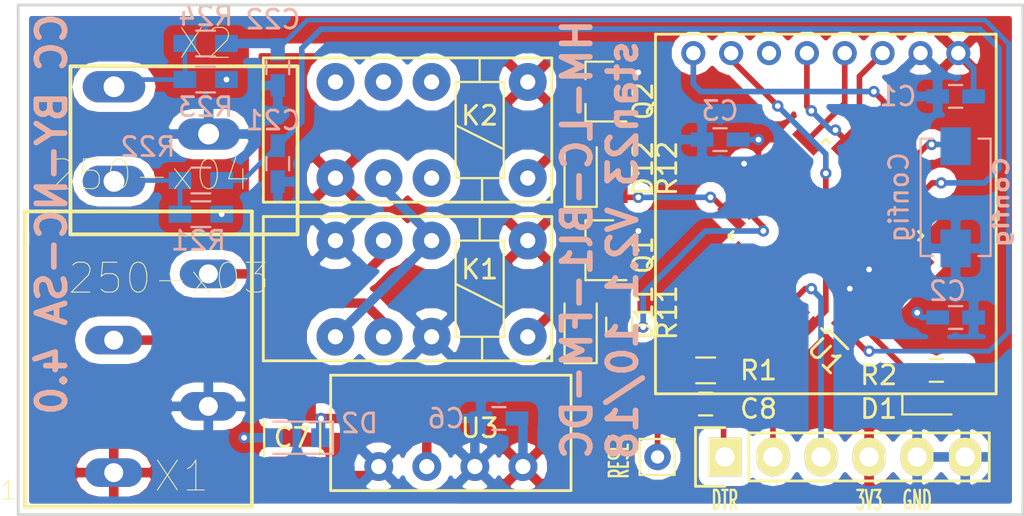
<source format=kicad_pcb>
(kicad_pcb (version 4) (host pcbnew 4.0.7)
  (layers (0 F.Cu signal) (31 B.Cu signal) (34 B.Paste user) (35 F.Paste user hide) (36 B.SilkS user) (37 F.SilkS user hide) (38 B.Mask user hide) (39 F.Mask user hide) (44 Edge.Cuts user))
  (net 0 "")
  (net 1 GND)
  (net 2 VCC)
  (net 3 "Net-(C7-Pad1)")
  (net 4 /Reset)
  (net 5 "Net-(D1-Pad2)")
  (net 6 /D6)
  (net 7 "Net-(R2-Pad1)")
  (net 8 "Net-(U1-Pad14)")
  (net 9 /MOSI)
  (net 10 /MISO)
  (net 11 /SCK)
  (net 12 "Net-(U1-Pad32)")
  (net 13 /DTR)
  (net 14 /TXD)
  (net 15 /RXD)
  (net 16 "Net-(SW2-Pad2)")
  (net 17 "Net-(Q1-Pad1)")
  (net 18 "Net-(Q2-Pad1)")
  (net 19 +24V)
  (net 20 /C0)
  (net 21 /C1)
  (net 22 /D3)
  (net 23 /Motor1)
  (net 24 /Motor2)
  (net 25 "Net-(K1-Pad3)")
  (net 26 "Net-(D11-Pad2)")
  (net 27 "Net-(D12-Pad2)")
  (net 28 /DOWN)
  (net 29 /UP)
  (net 30 "Net-(K2-Pad10)")
  (net 31 "Net-(K2-Pad5)")
  (net 32 "Net-(K2-Pad4)")
  (net 33 "Net-(K2-Pad3)")
  (net 34 "Net-(U1-Pad7)")
  (net 35 "Net-(U1-Pad8)")
  (net 36 "Net-(U1-Pad9)")
  (net 37 "Net-(U1-Pad11)")
  (net 38 "Net-(U1-Pad13)")
  (net 39 "Net-(U1-Pad19)")
  (net 40 "Net-(U1-Pad22)")
  (net 41 "Net-(U1-Pad25)")
  (net 42 "Net-(U1-Pad26)")
  (net 43 "Net-(U1-Pad27)")
  (net 44 "Net-(U1-Pad28)")
  (net 45 "Net-(U2-Pad6)")
  (module Capacitors_SMD:C_0603_HandSoldering (layer B.Cu) (at 117.475 92.329 180)
    (fp_text reference C1 (at 3.048 0 180) (layer B.SilkS) (effects (justify mirror)))
    (fp_text value 100n hide)
    (fp_line (start -0.35 0.6) (end 0.35 0.6) (layer B.SilkS) (width 0.12))
    (fp_line (start 0.35 -0.6) (end -0.35 -0.6) (layer B.SilkS) (width 0.12))
    (pad 1 smd rect (at -0.95 0 180) (size 1.2 0.75) (layers B.Cu B.Paste B.Mask) (net 2 VCC))
    (pad 2 smd rect (at 0.95 0 180) (size 1.2 0.75) (layers B.Cu B.Paste B.Mask) (net 1 GND))
  )
  (module Housings_QFP:TQFP-32_7x7mm_Pitch0.8mm (layer F.Cu) (at 110.617 99.695 135)
    (fp_text reference U1 (at -4.490128 -4.490128 135) (layer F.SilkS))
    (fp_text value ATMEGA328P-AU)
    (fp_line (start -3.625 -3.625) (end -3.625 -3.4) (layer F.SilkS) (width 0.15))
    (fp_line (start 3.625 -3.625) (end 3.625 -3.3) (layer F.SilkS) (width 0.15))
    (fp_line (start 3.625 3.625) (end 3.625 3.3) (layer F.SilkS) (width 0.15))
    (fp_line (start -3.625 3.625) (end -3.625 3.3) (layer F.SilkS) (width 0.15))
    (fp_line (start -3.625 -3.625) (end -3.3 -3.625) (layer F.SilkS) (width 0.15))
    (fp_line (start -3.625 3.625) (end -3.3 3.625) (layer F.SilkS) (width 0.15))
    (fp_line (start 3.625 3.625) (end 3.3 3.625) (layer F.SilkS) (width 0.15))
    (fp_line (start 3.625 -3.625) (end 3.3 -3.625) (layer F.SilkS) (width 0.15))
    (fp_line (start -3.625 -3.4) (end -5.05 -3.4) (layer F.SilkS) (width 0.15))
    (pad 1 smd rect (at -4.25 -2.8 135) (size 1.6 0.55) (layers F.Cu F.Paste F.Mask) (net 22 /D3))
    (pad 2 smd rect (at -4.25 -2 135) (size 1.6 0.55) (layers F.Cu F.Paste F.Mask) (net 7 "Net-(R2-Pad1)"))
    (pad 3 smd rect (at -4.25 -1.2 135) (size 1.6 0.55) (layers F.Cu F.Paste F.Mask) (net 1 GND))
    (pad 4 smd rect (at -4.25 -0.4 135) (size 1.6 0.55) (layers F.Cu F.Paste F.Mask) (net 2 VCC))
    (pad 5 smd rect (at -4.25 0.4 135) (size 1.6 0.55) (layers F.Cu F.Paste F.Mask) (net 1 GND))
    (pad 6 smd rect (at -4.25 1.2 135) (size 1.6 0.55) (layers F.Cu F.Paste F.Mask) (net 2 VCC))
    (pad 7 smd rect (at -4.25 2 135) (size 1.6 0.55) (layers F.Cu F.Paste F.Mask) (net 34 "Net-(U1-Pad7)"))
    (pad 8 smd rect (at -4.25 2.8 135) (size 1.6 0.55) (layers F.Cu F.Paste F.Mask) (net 35 "Net-(U1-Pad8)"))
    (pad 9 smd rect (at -2.8 4.25 225) (size 1.6 0.55) (layers F.Cu F.Paste F.Mask) (net 36 "Net-(U1-Pad9)"))
    (pad 10 smd rect (at -2 4.25 225) (size 1.6 0.55) (layers F.Cu F.Paste F.Mask) (net 6 /D6))
    (pad 11 smd rect (at -1.2 4.25 225) (size 1.6 0.55) (layers F.Cu F.Paste F.Mask) (net 37 "Net-(U1-Pad11)"))
    (pad 12 smd rect (at -0.4 4.25 225) (size 1.6 0.55) (layers F.Cu F.Paste F.Mask) (net 16 "Net-(SW2-Pad2)"))
    (pad 13 smd rect (at 0.4 4.25 225) (size 1.6 0.55) (layers F.Cu F.Paste F.Mask) (net 38 "Net-(U1-Pad13)"))
    (pad 14 smd rect (at 1.2 4.25 225) (size 1.6 0.55) (layers F.Cu F.Paste F.Mask) (net 8 "Net-(U1-Pad14)"))
    (pad 15 smd rect (at 2 4.25 225) (size 1.6 0.55) (layers F.Cu F.Paste F.Mask) (net 9 /MOSI))
    (pad 16 smd rect (at 2.8 4.25 225) (size 1.6 0.55) (layers F.Cu F.Paste F.Mask) (net 10 /MISO))
    (pad 17 smd rect (at 4.25 2.8 135) (size 1.6 0.55) (layers F.Cu F.Paste F.Mask) (net 11 /SCK))
    (pad 18 smd rect (at 4.25 2 135) (size 1.6 0.55) (layers F.Cu F.Paste F.Mask) (net 2 VCC))
    (pad 19 smd rect (at 4.25 1.2 135) (size 1.6 0.55) (layers F.Cu F.Paste F.Mask) (net 39 "Net-(U1-Pad19)"))
    (pad 20 smd rect (at 4.25 0.4 135) (size 1.6 0.55) (layers F.Cu F.Paste F.Mask) (net 2 VCC))
    (pad 21 smd rect (at 4.25 -0.4 135) (size 1.6 0.55) (layers F.Cu F.Paste F.Mask) (net 1 GND))
    (pad 22 smd rect (at 4.25 -1.2 135) (size 1.6 0.55) (layers F.Cu F.Paste F.Mask) (net 40 "Net-(U1-Pad22)"))
    (pad 23 smd rect (at 4.25 -2 135) (size 1.6 0.55) (layers F.Cu F.Paste F.Mask) (net 20 /C0))
    (pad 24 smd rect (at 4.25 -2.8 135) (size 1.6 0.55) (layers F.Cu F.Paste F.Mask) (net 21 /C1))
    (pad 25 smd rect (at 2.8 -4.25 225) (size 1.6 0.55) (layers F.Cu F.Paste F.Mask) (net 41 "Net-(U1-Pad25)"))
    (pad 26 smd rect (at 2 -4.25 225) (size 1.6 0.55) (layers F.Cu F.Paste F.Mask) (net 42 "Net-(U1-Pad26)"))
    (pad 27 smd rect (at 1.2 -4.25 225) (size 1.6 0.55) (layers F.Cu F.Paste F.Mask) (net 43 "Net-(U1-Pad27)"))
    (pad 28 smd rect (at 0.4 -4.25 225) (size 1.6 0.55) (layers F.Cu F.Paste F.Mask) (net 44 "Net-(U1-Pad28)"))
    (pad 29 smd rect (at -0.4 -4.25 225) (size 1.6 0.55) (layers F.Cu F.Paste F.Mask) (net 4 /Reset))
    (pad 30 smd rect (at -1.2 -4.25 225) (size 1.6 0.55) (layers F.Cu F.Paste F.Mask) (net 15 /RXD))
    (pad 31 smd rect (at -2 -4.25 225) (size 1.6 0.55) (layers F.Cu F.Paste F.Mask) (net 14 /TXD))
    (pad 32 smd rect (at -2.8 -4.25 225) (size 1.6 0.55) (layers F.Cu F.Paste F.Mask) (net 12 "Net-(U1-Pad32)"))
  )
  (module Pin_Headers:Pin_Header_Straight_1x06 (layer F.Cu) (at 105.283 111.379 90)
    (fp_text reference J2 hide)
    (fp_text value FTDI hide)
    (fp_line (start 1.27 1.27) (end 1.27 13.97) (layer F.SilkS) (width 0.15))
    (fp_line (start 1.27 13.97) (end -1.27 13.97) (layer F.SilkS) (width 0.15))
    (fp_line (start -1.27 13.97) (end -1.27 1.27) (layer F.SilkS) (width 0.15))
    (fp_line (start 1.55 -1.55) (end 1.55 0) (layer F.SilkS) (width 0.15))
    (fp_line (start 1.27 1.27) (end -1.27 1.27) (layer F.SilkS) (width 0.15))
    (fp_line (start -1.55 0) (end -1.55 -1.55) (layer F.SilkS) (width 0.15))
    (fp_line (start -1.55 -1.55) (end 1.55 -1.55) (layer F.SilkS) (width 0.15))
    (pad 1 thru_hole rect (at 0 0 90) (size 2.032 1.7272) (drill 1.016) (layers *.Cu *.Mask F.SilkS) (net 13 /DTR))
    (pad 2 thru_hole oval (at 0 2.54 90) (size 2.032 1.7272) (drill 1.016) (layers *.Cu *.Mask F.SilkS) (net 14 /TXD))
    (pad 3 thru_hole oval (at 0 5.08 90) (size 2.032 1.7272) (drill 1.016) (layers *.Cu *.Mask F.SilkS) (net 15 /RXD))
    (pad 4 thru_hole oval (at 0 7.62 90) (size 2.032 1.7272) (drill 1.016) (layers *.Cu *.Mask F.SilkS) (net 2 VCC))
    (pad 5 thru_hole oval (at 0 10.16 90) (size 2.032 1.7272) (drill 1.016) (layers *.Cu *.Mask F.SilkS) (net 1 GND))
    (pad 6 thru_hole oval (at 0 12.7 90) (size 2.032 1.7272) (drill 1.016) (layers *.Cu *.Mask F.SilkS) (net 1 GND))
  )
  (module Capacitors_SMD:C_0603_HandSoldering (layer B.Cu) (at 117.475 104.013)
    (fp_text reference C2 (at -0.428191 -1.399966) (layer B.SilkS) (effects (justify mirror)))
    (fp_text value 100n hide)
    (fp_line (start -0.35 0.6) (end 0.35 0.6) (layer B.SilkS) (width 0.12))
    (fp_line (start 0.35 -0.6) (end -0.35 -0.6) (layer B.SilkS) (width 0.12))
    (pad 1 smd rect (at -0.95 0) (size 1.2 0.75) (layers B.Cu B.Paste B.Mask) (net 2 VCC))
    (pad 2 smd rect (at 0.95 0) (size 1.2 0.75) (layers B.Cu B.Paste B.Mask) (net 1 GND))
  )
  (module Capacitors_SMD:C_0603_HandSoldering (layer B.Cu) (at 105.029 94.615 180)
    (fp_text reference C3 (at 0 1.524 180) (layer B.SilkS) (effects (justify mirror)))
    (fp_text value 100n hide)
    (fp_line (start -0.35 0.6) (end 0.35 0.6) (layer B.SilkS) (width 0.12))
    (fp_line (start 0.35 -0.6) (end -0.35 -0.6) (layer B.SilkS) (width 0.12))
    (pad 1 smd rect (at -0.95 0 180) (size 1.2 0.75) (layers B.Cu B.Paste B.Mask) (net 2 VCC))
    (pad 2 smd rect (at 0.95 0 180) (size 1.2 0.75) (layers B.Cu B.Paste B.Mask) (net 1 GND))
  )
  (module Capacitors_SMD:C_0603_HandSoldering (layer B.Cu) (at 93.345 109.347 180)
    (fp_text reference C6 (at 2.794 0 180) (layer B.SilkS) (effects (justify mirror)))
    (fp_text value 10u hide)
    (fp_line (start -0.35 0.6) (end 0.35 0.6) (layer B.SilkS) (width 0.12))
    (fp_line (start 0.35 -0.6) (end -0.35 -0.6) (layer B.SilkS) (width 0.12))
    (pad 1 smd rect (at -0.95 0 180) (size 1.2 0.75) (layers B.Cu B.Paste B.Mask) (net 2 VCC))
    (pad 2 smd rect (at 0.95 0 180) (size 1.2 0.75) (layers B.Cu B.Paste B.Mask) (net 1 GND))
  )
  (module Capacitors_SMD:C_0603_HandSoldering (layer F.Cu) (at 104.267 108.585 180)
    (fp_text reference C8 (at -2.794 -0.254 180) (layer F.SilkS))
    (fp_text value 100n hide)
    (fp_line (start -0.35 -0.6) (end 0.35 -0.6) (layer F.SilkS) (width 0.12))
    (fp_line (start 0.35 0.6) (end -0.35 0.6) (layer F.SilkS) (width 0.12))
    (pad 1 smd rect (at -0.95 0 180) (size 1.2 0.75) (layers F.Cu F.Paste F.Mask) (net 13 /DTR))
    (pad 2 smd rect (at 0.95 0 180) (size 1.2 0.75) (layers F.Cu F.Paste F.Mask) (net 4 /Reset))
  )
  (module LEDs:LED_0603_HandSoldering (layer F.Cu) (at 116.459 108.585)
    (fp_text reference D1 (at -3.048 0.254) (layer F.SilkS))
    (fp_text value LED_Rot hide)
    (fp_line (start -1.8 -0.55) (end -1.8 0.55) (layer F.SilkS) (width 0.12))
    (fp_line (start -1.8 0.55) (end 0.8 0.55) (layer F.SilkS) (width 0.12))
    (fp_line (start -1.8 -0.55) (end 0.8 -0.55) (layer F.SilkS) (width 0.12))
    (pad 1 smd rect (at -1.1 0) (size 1.2 0.9) (layers F.Cu F.Paste F.Mask) (net 1 GND))
    (pad 2 smd rect (at 1.1 0) (size 1.2 0.9) (layers F.Cu F.Paste F.Mask) (net 5 "Net-(D1-Pad2)"))
  )
  (module Capacitors_SMD:C_0603_HandSoldering (layer F.Cu) (at 116.459 106.807)
    (fp_text reference R2 (at -3.048 0.254) (layer F.SilkS))
    (fp_text value 1k5 hide)
    (fp_line (start -0.35 -0.6) (end 0.35 -0.6) (layer F.SilkS) (width 0.12))
    (fp_line (start 0.35 0.6) (end -0.35 0.6) (layer F.SilkS) (width 0.12))
    (pad 1 smd rect (at -0.95 0) (size 1.2 0.75) (layers F.Cu F.Paste F.Mask) (net 7 "Net-(R2-Pad1)"))
    (pad 2 smd rect (at 0.95 0) (size 1.2 0.75) (layers F.Cu F.Paste F.Mask) (net 5 "Net-(D1-Pad2)"))
  )
  (module Buttons_Switches_SMD:SW_SPST_EVQPE1 (layer B.Cu) (at 117.475 97.663 90)
    (fp_text reference SW2 hide)
    (fp_text value Config (at 0 -3 90) (layer B.SilkS) (effects (justify mirror)))
    (fp_line (start 3.1 1.85) (end 3.1 1.2) (layer B.SilkS) (width 0.12))
    (fp_line (start 3.1 -1.85) (end 3.1 -1.2) (layer B.SilkS) (width 0.12))
    (fp_line (start -3.1 -1.2) (end -3.1 -1.85) (layer B.SilkS) (width 0.12))
    (fp_line (start -3.1 1.85) (end -3.1 1.2) (layer B.SilkS) (width 0.12))
    (fp_line (start 3.1 1.85) (end -3.1 1.85) (layer B.SilkS) (width 0.12))
    (fp_line (start -3.1 -1.85) (end 3.1 -1.85) (layer B.SilkS) (width 0.12))
    (pad 2 smd rect (at 2.7 0 90) (size 2 1.6) (layers B.Cu B.Paste B.Mask) (net 16 "Net-(SW2-Pad2)"))
    (pad 1 smd rect (at -2.7 0 90) (size 2 1.6) (layers B.Cu B.Paste B.Mask) (net 1 GND))
  )
  (module TO_SOT_Packages_SMD:SOT-23 (layer F.Cu) (at 98.679 100.457 180)
    (fp_text reference Q1 (at -2.286 -0.254 270) (layer F.SilkS))
    (fp_text value BC817)
    (fp_line (start 0.76 1.58) (end 0.76 0.65) (layer F.SilkS) (width 0.12))
    (fp_line (start 0.76 -1.58) (end 0.76 -0.65) (layer F.SilkS) (width 0.12))
    (fp_line (start 0.76 -1.58) (end -1.4 -1.58) (layer F.SilkS) (width 0.12))
    (fp_line (start 0.76 1.58) (end -0.7 1.58) (layer F.SilkS) (width 0.12))
    (pad 1 smd rect (at -1 -0.95 180) (size 0.9 0.8) (layers F.Cu F.Paste F.Mask) (net 17 "Net-(Q1-Pad1)"))
    (pad 2 smd rect (at -1 0.95 180) (size 0.9 0.8) (layers F.Cu F.Paste F.Mask) (net 1 GND))
    (pad 3 smd rect (at 1 0 180) (size 0.9 0.8) (layers F.Cu F.Paste F.Mask) (net 26 "Net-(D11-Pad2)"))
  )
  (module TO_SOT_Packages_SMD:SOT-23 (layer F.Cu) (at 98.679 92.075 180)
    (fp_text reference Q2 (at -2.286 -0.508 270) (layer F.SilkS))
    (fp_text value BC817)
    (fp_line (start 0.76 1.58) (end 0.76 0.65) (layer F.SilkS) (width 0.12))
    (fp_line (start 0.76 -1.58) (end 0.76 -0.65) (layer F.SilkS) (width 0.12))
    (fp_line (start 0.76 -1.58) (end -1.4 -1.58) (layer F.SilkS) (width 0.12))
    (fp_line (start 0.76 1.58) (end -0.7 1.58) (layer F.SilkS) (width 0.12))
    (pad 1 smd rect (at -1 -0.95 180) (size 0.9 0.8) (layers F.Cu F.Paste F.Mask) (net 18 "Net-(Q2-Pad1)"))
    (pad 2 smd rect (at -1 0.95 180) (size 0.9 0.8) (layers F.Cu F.Paste F.Mask) (net 1 GND))
    (pad 3 smd rect (at 1 0 180) (size 0.9 0.8) (layers F.Cu F.Paste F.Mask) (net 27 "Net-(D12-Pad2)"))
  )
  (module Resistors_SMD:R_0603_HandSoldering (layer F.Cu) (at 99.695 104.521 270)
    (fp_text reference R11 (at -0.762 -2.54 450) (layer F.SilkS))
    (fp_text value 2k7)
    (fp_line (start 0.5 0.68) (end -0.5 0.68) (layer F.SilkS) (width 0.12))
    (fp_line (start -0.5 -0.68) (end 0.5 -0.68) (layer F.SilkS) (width 0.12))
    (pad 1 smd rect (at -1.1 0 270) (size 1.2 0.9) (layers F.Cu F.Paste F.Mask) (net 17 "Net-(Q1-Pad1)"))
    (pad 2 smd rect (at 1.1 0 270) (size 1.2 0.9) (layers F.Cu F.Paste F.Mask) (net 20 /C0))
  )
  (module Resistors_SMD:R_0603_HandSoldering (layer F.Cu) (at 99.695 96.266 270)
    (fp_text reference R12 (at -0.127 -2.54 450) (layer F.SilkS))
    (fp_text value 2k7)
    (fp_line (start 0.5 0.68) (end -0.5 0.68) (layer F.SilkS) (width 0.12))
    (fp_line (start -0.5 -0.68) (end 0.5 -0.68) (layer F.SilkS) (width 0.12))
    (pad 1 smd rect (at -1.1 0 270) (size 1.2 0.9) (layers F.Cu F.Paste F.Mask) (net 18 "Net-(Q2-Pad1)"))
    (pad 2 smd rect (at 1.1 0 270) (size 1.2 0.9) (layers F.Cu F.Paste F.Mask) (net 21 /C1))
  )
  (module Diodes_SMD:D_SOD-323_HandSoldering (layer F.Cu) (at 97.663 104.521 90)
    (fp_text reference D11 (at 0.762 3.302 270) (layer F.SilkS))
    (fp_text value 1N4148)
    (fp_line (start -1.9 -0.85) (end -1.9 0.85) (layer F.SilkS) (width 0.12))
    (fp_line (start -1.9 0.85) (end 1.25 0.85) (layer F.SilkS) (width 0.12))
    (fp_line (start -1.9 -0.85) (end 1.25 -0.85) (layer F.SilkS) (width 0.12))
    (pad 1 smd rect (at -1.25 0 90) (size 1 1) (layers F.Cu F.Paste F.Mask) (net 19 +24V))
    (pad 2 smd rect (at 1.25 0 90) (size 1 1) (layers F.Cu F.Paste F.Mask) (net 26 "Net-(D11-Pad2)"))
  )
  (module Diodes_SMD:D_SOD-323_HandSoldering (layer F.Cu) (at 97.663 96.266 90)
    (fp_text reference D12 (at 0.127 3.302 270) (layer F.SilkS))
    (fp_text value 1N4148)
    (fp_line (start -1.9 -0.85) (end -1.9 0.85) (layer F.SilkS) (width 0.12))
    (fp_line (start -1.9 0.85) (end 1.25 0.85) (layer F.SilkS) (width 0.12))
    (fp_line (start -1.9 -0.85) (end 1.25 -0.85) (layer F.SilkS) (width 0.12))
    (pad 1 smd rect (at -1.25 0 90) (size 1 1) (layers F.Cu F.Paste F.Mask) (net 19 +24V))
    (pad 2 smd rect (at 1.25 0 90) (size 1 1) (layers F.Cu F.Paste F.Mask) (net 27 "Net-(D12-Pad2)"))
  )
  (module Resistors_SMD:R_0603_HandSoldering (layer F.Cu) (at 104.267 106.807)
    (fp_text reference R1 (at 2.794 0) (layer F.SilkS))
    (fp_text value 10k)
    (fp_line (start 0.5 0.68) (end -0.5 0.68) (layer F.SilkS) (width 0.12))
    (fp_line (start -0.5 -0.68) (end 0.5 -0.68) (layer F.SilkS) (width 0.12))
    (pad 1 smd rect (at -1.1 0) (size 1.2 0.9) (layers F.Cu F.Paste F.Mask) (net 2 VCC))
    (pad 2 smd rect (at 1.1 0) (size 1.2 0.9) (layers F.Cu F.Paste F.Mask) (net 4 /Reset))
  )
  (module AM1S:SIL-4 (layer F.Cu) (at 84.455 113.157)
    (fp_text reference U3 (at 7.874 -3.302) (layer F.SilkS))
    (fp_text value AM1S-2403S)
    (fp_line (start 0 0) (end 0 -6.096) (layer F.SilkS) (width 0.15))
    (fp_line (start 0 -6.096) (end 12.7 -6.096) (layer F.SilkS) (width 0.15))
    (fp_line (start 12.7 -6.096) (end 12.7 0) (layer F.SilkS) (width 0.15))
    (fp_line (start 12.7 0) (end 0 0) (layer F.SilkS) (width 0.15))
    (pad 1 thru_hole circle (at 2.54 -1.27) (size 1.524 1.524) (drill 0.8) (layers *.Cu *.Mask) (net 1 GND))
    (pad 2 thru_hole circle (at 5.08 -1.27) (size 1.524 1.524) (drill 0.8) (layers *.Cu *.Mask) (net 3 "Net-(C7-Pad1)"))
    (pad 3 thru_hole circle (at 7.62 -1.27) (size 1.524 1.524) (drill 0.8) (layers *.Cu *.Mask) (net 1 GND))
    (pad 4 thru_hole circle (at 10.16 -1.27) (size 1.524 1.524) (drill 0.8) (layers *.Cu *.Mask) (net 2 VCC))
  )
  (module Diodes_SMD:D_SOD-323_HandSoldering (layer B.Cu) (at 82.677 110.363 180)
    (fp_text reference D2 (at -3.302 0.762 360) (layer B.SilkS) (effects (justify mirror)))
    (fp_text value 1N4148)
    (fp_line (start -1.9 0.85) (end -1.9 -0.85) (layer B.SilkS) (width 0.12))
    (fp_line (start -1.9 -0.85) (end 1.25 -0.85) (layer B.SilkS) (width 0.12))
    (fp_line (start -1.9 0.85) (end 1.25 0.85) (layer B.SilkS) (width 0.12))
    (pad 1 smd rect (at -1.25 0 180) (size 1 1) (layers B.Cu B.Paste B.Mask) (net 3 "Net-(C7-Pad1)"))
    (pad 2 smd rect (at 1.25 0 180) (size 1 1) (layers B.Cu B.Paste B.Mask) (net 19 +24V))
  )
  (module CC1101_Module:CC1101_Module (layer F.Cu) (at 110.617 90.043 180)
    (fp_text reference U2 hide)
    (fp_text value CC1101)
    (fp_line (start -9 0) (end -9 -18) (layer F.SilkS) (width 0.15))
    (fp_line (start -9 -18) (end 9 -18) (layer F.SilkS) (width 0.15))
    (fp_line (start 9 -18) (end 9 1) (layer F.SilkS) (width 0.15))
    (fp_line (start 9 1) (end -9 1) (layer F.SilkS) (width 0.15))
    (fp_line (start -9 1) (end -9 0) (layer F.SilkS) (width 0.15))
    (pad 1 thru_hole circle (at -7 0 180) (size 1.27 1.27) (drill 0.762) (layers *.Cu *.Mask) (net 2 VCC))
    (pad 2 thru_hole circle (at -5 0 180) (size 1.27 1.27) (drill 0.762) (layers *.Cu *.Mask) (net 1 GND))
    (pad 3 thru_hole circle (at -3 0 180) (size 1.27 1.27) (drill 0.762) (layers *.Cu *.Mask) (net 9 /MOSI))
    (pad 4 thru_hole circle (at -1 0 180) (size 1.27 1.27) (drill 0.762) (layers *.Cu *.Mask) (net 11 /SCK))
    (pad 5 thru_hole circle (at 1 0 180) (size 1.27 1.27) (drill 0.762) (layers *.Cu *.Mask) (net 10 /MISO))
    (pad 6 thru_hole circle (at 3 0 180) (size 1.27 1.27) (drill 0.762) (layers *.Cu *.Mask) (net 45 "Net-(U2-Pad6)"))
    (pad 7 thru_hole circle (at 5 0 180) (size 1.27 1.27) (drill 0.762) (layers *.Cu *.Mask) (net 12 "Net-(U1-Pad32)"))
    (pad 8 thru_hole circle (at 7 0 180) (size 1.27 1.27) (drill 0.762) (layers *.Cu *.Mask) (net 8 "Net-(U1-Pad14)"))
  )
  (module Capacitors_SMD:C_1210_HandSoldering (layer F.Cu) (at 82.423 110.363 270)
    (fp_text reference C7 (at 0 0 360) (layer F.SilkS))
    (fp_text value "3.3u 35V")
    (fp_line (start 1 -1.48) (end -1 -1.48) (layer F.SilkS) (width 0.12))
    (fp_line (start -1 1.48) (end 1 1.48) (layer F.SilkS) (width 0.12))
    (pad 1 smd rect (at -2 0 270) (size 2 2.5) (layers F.Cu F.Paste F.Mask) (net 3 "Net-(C7-Pad1)"))
    (pad 2 smd rect (at 2 0 270) (size 2 2.5) (layers F.Cu F.Paste F.Mask) (net 1 GND))
  )
  (module Capacitors_SMD:C_0603_HandSoldering (layer B.Cu) (at 81.661 95.885 270)
    (fp_text reference C21 (at -2.286 0.254 360) (layer B.SilkS) (effects (justify mirror)))
    (fp_text value 100n)
    (fp_line (start -0.35 0.6) (end 0.35 0.6) (layer B.SilkS) (width 0.12))
    (fp_line (start 0.35 -0.6) (end -0.35 -0.6) (layer B.SilkS) (width 0.12))
    (pad 1 smd rect (at -0.95 0 270) (size 1.2 0.75) (layers B.Cu B.Paste B.Mask) (net 6 /D6))
    (pad 2 smd rect (at 0.95 0 270) (size 1.2 0.75) (layers B.Cu B.Paste B.Mask) (net 1 GND))
  )
  (module Capacitors_SMD:C_0603_HandSoldering (layer B.Cu) (at 81.661 90.805 270)
    (fp_text reference C22 (at -2.54 0.254 360) (layer B.SilkS) (effects (justify mirror)))
    (fp_text value 100n)
    (fp_line (start -0.35 0.6) (end 0.35 0.6) (layer B.SilkS) (width 0.12))
    (fp_line (start 0.35 -0.6) (end -0.35 -0.6) (layer B.SilkS) (width 0.12))
    (pad 1 smd rect (at -0.95 0 270) (size 1.2 0.75) (layers B.Cu B.Paste B.Mask) (net 22 /D3))
    (pad 2 smd rect (at 0.95 0 270) (size 1.2 0.75) (layers B.Cu B.Paste B.Mask) (net 1 GND))
  )
  (module Resistors_SMD:R_0603_HandSoldering (layer B.Cu) (at 77.597 98.552)
    (fp_text reference R21 (at -0.127 1.397) (layer B.SilkS) (effects (justify mirror)))
    (fp_text value 10k)
    (fp_line (start 0.5 -0.68) (end -0.5 -0.68) (layer B.SilkS) (width 0.12))
    (fp_line (start -0.5 0.68) (end 0.5 0.68) (layer B.SilkS) (width 0.12))
    (pad 1 smd rect (at -1.1 0) (size 1.2 0.9) (layers B.Cu B.Paste B.Mask) (net 29 /UP))
    (pad 2 smd rect (at 1.1 0) (size 1.2 0.9) (layers B.Cu B.Paste B.Mask) (net 2 VCC))
  )
  (module Resistors_SMD:R_0603_HandSoldering (layer B.Cu) (at 77.597 96.774 180)
    (fp_text reference R22 (at 2.794 1.778 180) (layer B.SilkS) (effects (justify mirror)))
    (fp_text value 47)
    (fp_line (start 0.5 -0.68) (end -0.5 -0.68) (layer B.SilkS) (width 0.12))
    (fp_line (start -0.5 0.68) (end 0.5 0.68) (layer B.SilkS) (width 0.12))
    (pad 1 smd rect (at -1.1 0 180) (size 1.2 0.9) (layers B.Cu B.Paste B.Mask) (net 6 /D6))
    (pad 2 smd rect (at 1.1 0 180) (size 1.2 0.9) (layers B.Cu B.Paste B.Mask) (net 29 /UP))
  )
  (module Resistors_SMD:R_0603_HandSoldering (layer B.Cu) (at 77.851 91.44)
    (fp_text reference R23 (at 0 1.45) (layer B.SilkS) (effects (justify mirror)))
    (fp_text value 10k)
    (fp_line (start 0.5 -0.68) (end -0.5 -0.68) (layer B.SilkS) (width 0.12))
    (fp_line (start -0.5 0.68) (end 0.5 0.68) (layer B.SilkS) (width 0.12))
    (pad 1 smd rect (at -1.1 0) (size 1.2 0.9) (layers B.Cu B.Paste B.Mask) (net 28 /DOWN))
    (pad 2 smd rect (at 1.1 0) (size 1.2 0.9) (layers B.Cu B.Paste B.Mask) (net 2 VCC))
  )
  (module Resistors_SMD:R_0603_HandSoldering (layer B.Cu) (at 77.851 89.535 180)
    (fp_text reference R24 (at 0 1.45 180) (layer B.SilkS) (effects (justify mirror)))
    (fp_text value 47)
    (fp_line (start 0.5 -0.68) (end -0.5 -0.68) (layer B.SilkS) (width 0.12))
    (fp_line (start -0.5 0.68) (end 0.5 0.68) (layer B.SilkS) (width 0.12))
    (pad 1 smd rect (at -1.1 0 180) (size 1.2 0.9) (layers B.Cu B.Paste B.Mask) (net 22 /D3))
    (pad 2 smd rect (at 1.1 0 180) (size 1.2 0.9) (layers B.Cu B.Paste B.Mask) (net 28 /DOWN))
  )
  (module Wago-P-250:P-250-204 (layer F.Cu) (at 74.295 113.157 180)
    (fp_text reference X1 (at -2.286 0.762 180) (layer F.SilkS) (effects (font (size 1.57722 1.57722) (thickness 0.05))))
    (fp_text value 250-x04 (at -0.601057 16.6795 180) (layer F.SilkS) (effects (font (size 1.57759 1.57759) (thickness 0.05))))
    (fp_line (start -6 -0.8562) (end -6 14.75) (layer F.SilkS) (width 0.2))
    (fp_line (start 6 -0.8562) (end 6 14.75) (layer F.SilkS) (width 0.2))
    (fp_line (start -6 14.75) (end 6 14.75) (layer F.SilkS) (width 0.2))
    (fp_line (start 6 -0.8562) (end -6 -0.8562) (layer F.SilkS) (width 0.2))
    (fp_text user 1 (at 6.858 0.0254 180) (layer F.SilkS) (effects (font (thickness 0.05))))
    (pad L1 thru_hole oval (at 1.3 0.95 180) (size 3.016 1.508) (drill 1) (layers *.Cu *.Mask) (net 19 +24V))
    (pad L2 thru_hole oval (at -3.7 4.45 180) (size 3.016 1.508) (drill 1) (layers *.Cu *.Mask) (net 1 GND))
    (pad L3 thru_hole oval (at 1.3 7.95 180) (size 3.016 1.508) (drill 1) (layers *.Cu *.Mask) (net 23 /Motor1))
    (pad L4 thru_hole oval (at -3.7 11.45 180) (size 3.016 1.508) (drill 1) (layers *.Cu *.Mask) (net 24 /Motor2))
  )
  (module Relay_mod:Relay_Omron_G6S-2 (layer F.Cu) (at 96.139 106.299 180)
    (fp_text reference K1 (at 3.81 4.826 180) (layer F.SilkS))
    (fp_text value OMRONG6S-2)
    (fp_line (start 0 0) (end 0 7.62) (layer F.SilkS) (width 0.15))
    (fp_line (start 0 7.62) (end 15.24 7.62) (layer F.SilkS) (width 0.15))
    (fp_line (start 15.24 7.62) (end 15.24 0) (layer F.SilkS) (width 0.15))
    (fp_line (start 0 0) (end 15.24 0) (layer F.SilkS) (width 0.15))
    (fp_line (start 2.54 2.794) (end 5.08 4.064) (layer F.SilkS) (width 0.12))
    (fp_line (start 3.81 6.35) (end 3.81 7.62) (layer F.SilkS) (width 0.12))
    (fp_line (start 3.81 7.62) (end 2.54 7.62) (layer F.SilkS) (width 0.12))
    (fp_line (start 2.413 0) (end 3.683 0) (layer F.SilkS) (width 0.12))
    (fp_line (start 3.683 0) (end 3.683 1.27) (layer F.SilkS) (width 0.12))
    (fp_line (start 3.81 1.27) (end 5.08 1.27) (layer F.SilkS) (width 0.12))
    (fp_line (start 5.08 1.27) (end 5.08 6.35) (layer F.SilkS) (width 0.12))
    (fp_line (start 5.08 6.35) (end 2.54 6.35) (layer F.SilkS) (width 0.12))
    (fp_line (start 2.54 6.35) (end 2.54 1.27) (layer F.SilkS) (width 0.12))
    (fp_line (start 2.54 1.27) (end 3.81 1.27) (layer F.SilkS) (width 0.12))
    (pad 12 thru_hole circle (at 1.27 1.27 180) (size 2 2) (drill 0.8) (layers *.Cu *.Mask) (net 26 "Net-(D11-Pad2)"))
    (pad 10 thru_hole circle (at 6.35 1.27 180) (size 2 2) (drill 0.8) (layers *.Cu *.Mask) (net 1 GND))
    (pad 9 thru_hole circle (at 8.89 1.27 180) (size 2 2) (drill 0.8) (layers *.Cu *.Mask) (net 23 /Motor1))
    (pad 8 thru_hole circle (at 11.43 1.27 180) (size 2 2) (drill 0.8) (layers *.Cu *.Mask) (net 25 "Net-(K1-Pad3)"))
    (pad 5 thru_hole circle (at 11.43 6.35 180) (size 2 2) (drill 0.8) (layers *.Cu *.Mask) (net 1 GND))
    (pad 4 thru_hole circle (at 8.89 6.35 180) (size 2 2) (drill 0.8) (layers *.Cu *.Mask) (net 24 /Motor2))
    (pad 3 thru_hole circle (at 6.35 6.35 180) (size 2 2) (drill 0.8) (layers *.Cu *.Mask) (net 25 "Net-(K1-Pad3)"))
    (pad 1 thru_hole circle (at 1.27 6.35 180) (size 2 2) (drill 0.8) (layers *.Cu *.Mask) (net 19 +24V))
  )
  (module Relay_mod:Relay_Omron_G6S-2 (layer F.Cu) (at 96.139 97.917 180)
    (fp_text reference K2 (at 3.81 4.572 180) (layer F.SilkS))
    (fp_text value OMRONG6S-2)
    (fp_line (start 0 0) (end 0 7.62) (layer F.SilkS) (width 0.15))
    (fp_line (start 0 7.62) (end 15.24 7.62) (layer F.SilkS) (width 0.15))
    (fp_line (start 15.24 7.62) (end 15.24 0) (layer F.SilkS) (width 0.15))
    (fp_line (start 0 0) (end 15.24 0) (layer F.SilkS) (width 0.15))
    (fp_line (start 2.54 2.794) (end 5.08 4.064) (layer F.SilkS) (width 0.12))
    (fp_line (start 3.81 6.35) (end 3.81 7.62) (layer F.SilkS) (width 0.12))
    (fp_line (start 3.81 7.62) (end 2.54 7.62) (layer F.SilkS) (width 0.12))
    (fp_line (start 2.413 0) (end 3.683 0) (layer F.SilkS) (width 0.12))
    (fp_line (start 3.683 0) (end 3.683 1.27) (layer F.SilkS) (width 0.12))
    (fp_line (start 3.81 1.27) (end 5.08 1.27) (layer F.SilkS) (width 0.12))
    (fp_line (start 5.08 1.27) (end 5.08 6.35) (layer F.SilkS) (width 0.12))
    (fp_line (start 5.08 6.35) (end 2.54 6.35) (layer F.SilkS) (width 0.12))
    (fp_line (start 2.54 6.35) (end 2.54 1.27) (layer F.SilkS) (width 0.12))
    (fp_line (start 2.54 1.27) (end 3.81 1.27) (layer F.SilkS) (width 0.12))
    (pad 12 thru_hole circle (at 1.27 1.27 180) (size 2 2) (drill 0.8) (layers *.Cu *.Mask) (net 27 "Net-(D12-Pad2)"))
    (pad 10 thru_hole circle (at 6.35 1.27 180) (size 2 2) (drill 0.8) (layers *.Cu *.Mask) (net 30 "Net-(K2-Pad10)"))
    (pad 9 thru_hole circle (at 8.89 1.27 180) (size 2 2) (drill 0.8) (layers *.Cu *.Mask) (net 25 "Net-(K1-Pad3)"))
    (pad 8 thru_hole circle (at 11.43 1.27 180) (size 2 2) (drill 0.8) (layers *.Cu *.Mask) (net 19 +24V))
    (pad 5 thru_hole circle (at 11.43 6.35 180) (size 2 2) (drill 0.8) (layers *.Cu *.Mask) (net 31 "Net-(K2-Pad5)"))
    (pad 4 thru_hole circle (at 8.89 6.35 180) (size 2 2) (drill 0.8) (layers *.Cu *.Mask) (net 32 "Net-(K2-Pad4)"))
    (pad 3 thru_hole circle (at 6.35 6.35 180) (size 2 2) (drill 0.8) (layers *.Cu *.Mask) (net 33 "Net-(K2-Pad3)"))
    (pad 1 thru_hole circle (at 1.27 6.35 180) (size 2 2) (drill 0.8) (layers *.Cu *.Mask) (net 19 +24V))
  )
  (module Connectors:Pin_d0.7mm_L6.5mm_W1.8mm_FlatFork (layer F.Cu) (at 101.727 111.379)
    (fp_text reference J4 hide)
    (fp_text value Reset)
    (fp_line (start -0.95 -0.95) (end -0.95 0.95) (layer F.SilkS) (width 0.12))
    (fp_line (start -0.95 0.95) (end 0.9 0.95) (layer F.SilkS) (width 0.12))
    (fp_line (start 0.9 0.95) (end 0.9 -0.9) (layer F.SilkS) (width 0.12))
    (fp_line (start 0.9 -0.9) (end 0.9 -0.95) (layer F.SilkS) (width 0.12))
    (fp_line (start 0.9 -0.95) (end -0.95 -0.95) (layer F.SilkS) (width 0.12))
    (pad 1 thru_hole circle (at 0 0) (size 1.4 1.4) (drill 0.7) (layers *.Cu *.Mask) (net 4 /Reset))
  )
  (module Wago-P-250:P-250-403 (layer F.Cu) (at 76.708 90.805)
    (fp_text reference X2 (at 1.143 -1.27) (layer F.SilkS) (effects (font (size 1.57932 1.57932) (thickness 0.05))))
    (fp_text value 250-x03 (at -0.801634 11.1361) (layer F.SilkS) (effects (font (size 1.57802 1.57802) (thickness 0.05))))
    (fp_line (start -6 0) (end -6 8.8145) (layer F.SilkS) (width 0.2))
    (fp_line (start 6 0) (end 6 8.8145) (layer F.SilkS) (width 0.2))
    (fp_line (start -6 8.8145) (end 6 8.8145) (layer F.SilkS) (width 0.2))
    (fp_line (start 6 -0.0655) (end 1.4464 -0.0655) (layer F.SilkS) (width 0.2))
    (fp_line (start 1.4464 -0.0655) (end -6 -0.0655) (layer F.SilkS) (width 0.2))
    (pad L1 thru_hole oval (at -3.7 1.0145) (size 3.3 1.65) (drill 1.1) (layers *.Cu *.Mask) (net 28 /DOWN))
    (pad L2 thru_hole oval (at 1.3 3.5145) (size 3.3 1.65) (drill 1.1) (layers *.Cu *.Mask) (net 1 GND))
    (pad L3 thru_hole oval (at -3.7 6.0145) (size 3.3 1.65) (drill 1.1) (layers *.Cu *.Mask) (net 29 /UP))
  )
  (gr_text "CC BY-NC-SA 4.0" (at 69.723 98.552 90) (layer B.SilkS) (effects (font (size 1.5 1.5) (thickness 0.3)) (justify mirror)))
  (gr_text Config (at 119.888 97.917 90) (layer B.SilkS) (effects (font (size 0.75 1) (thickness 0.1875)) (justify mirror)))
  (gr_text GND (at 115.443 113.665) (layer F.SilkS) (effects (font (size 1 0.5) (thickness 0.125))))
  (gr_text 3V3 (at 112.903 113.665) (layer F.SilkS) (effects (font (size 1 0.5) (thickness 0.125))))
  (gr_text DTR (at 105.283 113.665) (layer F.SilkS) (effects (font (size 1 0.5) (thickness 0.125))))
  (gr_text RESET (at 99.695 111.379 90) (layer F.SilkS) (effects (font (size 1 0.5) (thickness 0.125))))
  (gr_line (start 121.031 114.427) (end 67.945 114.427) (angle 90) (layer Edge.Cuts) (width 0.15))
  (gr_line (start 121.031 87.503) (end 121.031 114.427) (angle 90) (layer Edge.Cuts) (width 0.15))
  (gr_line (start 67.945 87.503) (end 121.031 87.503) (angle 90) (layer Edge.Cuts) (width 0.15))
  (gr_line (start 67.945 114.427) (end 67.945 87.503) (angle 90) (layer Edge.Cuts) (width 0.15))
  (gr_text "HM-LC-Bl1-FM-DC \nstan23 V2.1 10/18" (at 98.679 100.457 90) (layer B.SilkS) (effects (font (size 1.5 1.5) (thickness 0.3)) (justify mirror)))
  (segment (start 115.443 111.379) (end 115.443 108.669) (width 0.3) (layer F.Cu) (net 1))
  (segment (start 115.443 108.669) (end 115.359 108.585) (width 0.3) (layer F.Cu) (net 1))
  (segment (start 116.525 92.329) (end 116.525 90.951) (width 0.3) (layer B.Cu) (net 1))
  (segment (start 116.525 90.951) (end 115.617 90.043) (width 0.3) (layer B.Cu) (net 1))
  (segment (start 99.679 99.507) (end 99.745 99.441) (width 0.3) (layer F.Cu) (net 1))
  (segment (start 99.745 99.441) (end 100.711 99.441) (width 0.3) (layer F.Cu) (net 1))
  (via (at 100.711 99.441) (size 0.6) (drill 0.3) (layers F.Cu B.Cu) (net 1))
  (segment (start 107.328953 96.972639) (end 106.299 95.942686) (width 0.3) (layer F.Cu) (net 1))
  (via (at 106.299 95.885) (size 0.6) (drill 0.3) (layers F.Cu B.Cu) (net 1))
  (segment (start 106.299 95.942686) (end 106.299 95.885) (width 0.3) (layer F.Cu) (net 1))
  (segment (start 112.773676 103.548732) (end 111.887 102.662056) (width 0.3) (layer F.Cu) (net 1))
  (via (at 111.887 102.489) (size 0.6) (drill 0.3) (layers F.Cu B.Cu) (net 1))
  (segment (start 111.887 102.662056) (end 111.887 102.489) (width 0.3) (layer F.Cu) (net 1))
  (segment (start 113.905047 102.417361) (end 112.960686 101.473) (width 0.3) (layer F.Cu) (net 1))
  (via (at 112.903 101.473) (size 0.6) (drill 0.3) (layers F.Cu B.Cu) (net 1))
  (segment (start 112.960686 101.473) (end 112.903 101.473) (width 0.3) (layer F.Cu) (net 1))
  (segment (start 115.763 90.189) (end 115.617 90.043) (width 0.3) (layer B.Cu) (net 1))
  (segment (start 92.075 111.887) (end 92.075 109.667) (width 0.5) (layer B.Cu) (net 1))
  (segment (start 92.075 109.667) (end 92.395 109.347) (width 0.5) (layer B.Cu) (net 1))
  (segment (start 82.423 112.363) (end 86.519 112.363) (width 0.5) (layer F.Cu) (net 1))
  (segment (start 86.519 112.363) (end 86.995 111.887) (width 0.5) (layer F.Cu) (net 1))
  (segment (start 99.679 91.125) (end 99.74 91.186) (width 0.3) (layer F.Cu) (net 1))
  (segment (start 99.74 91.186) (end 100.711 91.059) (width 0.3) (layer F.Cu) (net 1))
  (via (at 100.711 91.059) (size 0.6) (drill 0.3) (layers F.Cu B.Cu) (net 1))
  (via (at 78.697 98.552) (size 0.6) (drill 0.3) (layers F.Cu B.Cu) (net 2))
  (segment (start 78.697 98.552) (end 78.74 98.552) (width 0.25) (layer F.Cu) (net 2))
  (via (at 78.951 91.44) (size 0.6) (drill 0.3) (layers F.Cu B.Cu) (net 2))
  (segment (start 78.951 91.44) (end 78.994 91.44) (width 0.25) (layer F.Cu) (net 2))
  (segment (start 118.425 92.329) (end 118.425 90.851) (width 0.3) (layer B.Cu) (net 2))
  (segment (start 118.425 90.851) (end 117.617 90.043) (width 0.3) (layer B.Cu) (net 2))
  (segment (start 107.894639 96.406953) (end 107.061 95.573314) (width 0.3) (layer F.Cu) (net 2))
  (segment (start 107.061 95.573314) (end 107.061 94.615) (width 0.3) (layer F.Cu) (net 2))
  (via (at 107.061 94.615) (size 0.6) (drill 0.3) (layers F.Cu B.Cu) (net 2))
  (segment (start 107.061 94.615) (end 105.979 94.615) (width 0.3) (layer B.Cu) (net 2))
  (segment (start 109.02601 95.275583) (end 108.365427 94.615) (width 0.3) (layer F.Cu) (net 2))
  (segment (start 108.365427 94.615) (end 107.061 94.615) (width 0.3) (layer F.Cu) (net 2))
  (segment (start 116.525 104.013) (end 115.697 104.013) (width 0.3) (layer B.Cu) (net 2))
  (via (at 115.443 103.759) (size 0.6) (drill 0.3) (layers F.Cu B.Cu) (net 2))
  (segment (start 115.697 104.013) (end 115.443 103.759) (width 0.3) (layer B.Cu) (net 2))
  (segment (start 113.339361 102.983047) (end 114.115314 103.759) (width 0.3) (layer F.Cu) (net 2))
  (segment (start 115.443 102.823944) (end 115.443 103.759) (width 0.3) (layer F.Cu) (net 2))
  (segment (start 115.443 102.823944) (end 114.470732 101.851676) (width 0.3) (layer F.Cu) (net 2))
  (segment (start 114.115314 103.759) (end 115.443 103.759) (width 0.3) (layer F.Cu) (net 2))
  (segment (start 117.663 90.089) (end 117.617 90.043) (width 0.3) (layer B.Cu) (net 2))
  (segment (start 94.615 111.887) (end 94.615 109.667) (width 0.5) (layer B.Cu) (net 2))
  (segment (start 94.615 109.667) (end 94.295 109.347) (width 0.5) (layer B.Cu) (net 2))
  (segment (start 83.927 110.363) (end 83.927 109.367) (width 0.5) (layer B.Cu) (net 3))
  (via (at 83.947 109.347) (size 0.6) (drill 0.3) (layers F.Cu B.Cu) (net 3))
  (segment (start 83.927 109.367) (end 83.947 109.347) (width 0.5) (layer B.Cu) (net 3))
  (segment (start 89.535 111.887) (end 89.535 110.363) (width 0.5) (layer F.Cu) (net 3))
  (segment (start 88.519 109.347) (end 83.947 109.347) (width 0.5) (layer F.Cu) (net 3))
  (segment (start 83.947 109.347) (end 83.407 109.347) (width 0.5) (layer F.Cu) (net 3))
  (segment (start 89.535 110.363) (end 88.519 109.347) (width 0.5) (layer F.Cu) (net 3))
  (segment (start 83.407 109.347) (end 82.423 108.363) (width 0.5) (layer F.Cu) (net 3))
  (segment (start 82.201 108.363) (end 82.423 108.363) (width 0.5) (layer F.Cu) (net 3))
  (segment (start 107.894639 102.983047) (end 105.367 105.510686) (width 0.3) (layer F.Cu) (net 4))
  (segment (start 105.367 105.510686) (end 105.367 106.807) (width 0.3) (layer F.Cu) (net 4))
  (segment (start 103.317 108.585) (end 105.095 106.807) (width 0.3) (layer F.Cu) (net 4))
  (segment (start 105.095 106.807) (end 105.367 106.807) (width 0.3) (layer F.Cu) (net 4))
  (segment (start 103.317 108.585) (end 103.167 108.435) (width 0.3) (layer F.Cu) (net 4))
  (segment (start 103.317 108.585) (end 101.727 110.175) (width 0.3) (layer F.Cu) (net 4))
  (segment (start 101.727 110.175) (end 101.727 111.379) (width 0.3) (layer F.Cu) (net 4))
  (segment (start 117.409 106.807) (end 117.409 108.435) (width 0.3) (layer F.Cu) (net 5))
  (segment (start 117.409 108.435) (end 117.559 108.585) (width 0.3) (layer F.Cu) (net 5))
  (segment (start 78.697 96.774) (end 79.822 96.774) (width 0.25) (layer B.Cu) (net 6))
  (segment (start 79.822 96.774) (end 81.661 94.935) (width 0.25) (layer B.Cu) (net 6))
  (segment (start 82.931 89.789) (end 83.947 88.773) (width 0.3) (layer B.Cu) (net 6))
  (segment (start 83.947 88.773) (end 117.983 88.773) (width 0.3) (layer B.Cu) (net 6))
  (segment (start 82.931 93.665) (end 82.931 90.043) (width 0.3) (layer B.Cu) (net 6))
  (segment (start 82.931 90.043) (end 82.931 89.789) (width 0.3) (layer B.Cu) (net 6))
  (segment (start 119.761 89.789) (end 119.761 96.139) (width 0.3) (layer B.Cu) (net 6))
  (segment (start 119.761 89.789) (end 118.745 88.773) (width 0.3) (layer B.Cu) (net 6))
  (segment (start 81.661 94.935) (end 82.931 93.665) (width 0.3) (layer B.Cu) (net 6))
  (segment (start 118.745 88.773) (end 117.983 88.773) (width 0.3) (layer B.Cu) (net 6))
  (segment (start 116.239427 96.901) (end 115.036417 98.10401) (width 0.3) (layer F.Cu) (net 6))
  (segment (start 116.713 96.901) (end 116.239427 96.901) (width 0.3) (layer F.Cu) (net 6))
  (via (at 116.713 96.901) (size 0.6) (drill 0.3) (layers F.Cu B.Cu) (net 6))
  (segment (start 118.999 96.901) (end 116.713 96.901) (width 0.3) (layer B.Cu) (net 6))
  (segment (start 119.761 96.139) (end 118.999 96.901) (width 0.3) (layer B.Cu) (net 6))
  (segment (start 115.509 106.807) (end 114.900573 106.807) (width 0.3) (layer F.Cu) (net 7))
  (segment (start 114.900573 106.807) (end 112.20799 104.114417) (width 0.3) (layer F.Cu) (net 7))
  (segment (start 104.775 92.075) (end 113.157 92.075) (width 0.3) (layer B.Cu) (net 8))
  (segment (start 113.665 94.949944) (end 112.773676 95.841268) (width 0.3) (layer F.Cu) (net 8))
  (segment (start 113.665 92.583) (end 113.665 94.949944) (width 0.3) (layer F.Cu) (net 8))
  (segment (start 113.157 92.075) (end 113.665 92.583) (width 0.3) (layer F.Cu) (net 8))
  (via (at 113.157 92.075) (size 0.6) (drill 0.3) (layers F.Cu B.Cu) (net 8))
  (segment (start 103.617 90.043) (end 103.617 91.679) (width 0.3) (layer B.Cu) (net 8))
  (segment (start 104.013 92.075) (end 104.775 92.075) (width 0.3) (layer B.Cu) (net 8))
  (segment (start 104.775 92.075) (end 104.887 92.075) (width 0.3) (layer B.Cu) (net 8))
  (segment (start 103.617 91.679) (end 104.013 92.075) (width 0.3) (layer B.Cu) (net 8))
  (segment (start 113.617 90.043) (end 112.395 91.265) (width 0.3) (layer F.Cu) (net 9))
  (segment (start 112.903 94.580573) (end 112.20799 95.275583) (width 0.3) (layer F.Cu) (net 9))
  (segment (start 112.903 93.853) (end 112.903 94.580573) (width 0.3) (layer F.Cu) (net 9))
  (segment (start 112.395 93.345) (end 112.903 93.853) (width 0.3) (layer F.Cu) (net 9))
  (segment (start 112.395 93.091) (end 112.395 93.345) (width 0.3) (layer F.Cu) (net 9))
  (segment (start 112.395 91.265) (end 112.395 93.091) (width 0.3) (layer F.Cu) (net 9))
  (segment (start 109.617 90.043) (end 109.617 92.853) (width 0.3) (layer F.Cu) (net 10))
  (segment (start 111.125 94.107) (end 111.642305 94.624305) (width 0.3) (layer F.Cu) (net 10))
  (via (at 111.125 94.107) (size 0.6) (drill 0.3) (layers F.Cu B.Cu) (net 10))
  (segment (start 110.871 94.107) (end 111.125 94.107) (width 0.3) (layer B.Cu) (net 10))
  (segment (start 109.855 93.091) (end 110.871 94.107) (width 0.3) (layer B.Cu) (net 10))
  (via (at 109.855 93.091) (size 0.6) (drill 0.3) (layers F.Cu B.Cu) (net 10))
  (segment (start 109.617 92.853) (end 109.855 93.091) (width 0.3) (layer F.Cu) (net 10))
  (segment (start 111.642305 94.624305) (end 111.642305 94.709897) (width 0.3) (layer F.Cu) (net 10))
  (segment (start 109.601 90.059) (end 109.617 90.043) (width 0.3) (layer F.Cu) (net 10))
  (segment (start 109.591695 94.709897) (end 111.617 92.684592) (width 0.3) (layer F.Cu) (net 11))
  (segment (start 111.617 92.684592) (end 111.617 90.043) (width 0.3) (layer F.Cu) (net 11))
  (segment (start 109.591695 104.680103) (end 110.617 103.654798) (width 0.3) (layer F.Cu) (net 12))
  (segment (start 108.077 92.837) (end 105.617 90.377) (width 0.3) (layer F.Cu) (net 12))
  (via (at 108.077 92.837) (size 0.6) (drill 0.3) (layers F.Cu B.Cu) (net 12))
  (segment (start 110.617 95.377) (end 108.077 92.837) (width 0.3) (layer B.Cu) (net 12))
  (segment (start 110.617 96.393) (end 110.617 95.377) (width 0.3) (layer B.Cu) (net 12))
  (via (at 110.617 96.393) (size 0.6) (drill 0.3) (layers F.Cu B.Cu) (net 12))
  (segment (start 110.617 103.654798) (end 110.617 96.393) (width 0.3) (layer F.Cu) (net 12))
  (segment (start 105.617 90.377) (end 105.617 90.043) (width 0.3) (layer F.Cu) (net 12))
  (segment (start 105.217 108.585) (end 105.217 111.313) (width 0.3) (layer F.Cu) (net 13))
  (segment (start 105.217 111.313) (end 105.283 111.379) (width 0.3) (layer F.Cu) (net 13))
  (segment (start 109.02601 104.114417) (end 107.823 105.317427) (width 0.3) (layer F.Cu) (net 14))
  (segment (start 107.823 105.317427) (end 107.823 111.379) (width 0.3) (layer F.Cu) (net 14))
  (segment (start 108.460324 103.548732) (end 109.520056 102.489) (width 0.3) (layer F.Cu) (net 15))
  (segment (start 110.363 102.997) (end 110.363 111.379) (width 0.3) (layer B.Cu) (net 15))
  (segment (start 109.855 102.489) (end 110.363 102.997) (width 0.3) (layer B.Cu) (net 15))
  (via (at 109.855 102.489) (size 0.6) (drill 0.3) (layers F.Cu B.Cu) (net 15))
  (segment (start 109.520056 102.489) (end 109.855 102.489) (width 0.3) (layer F.Cu) (net 15))
  (segment (start 113.905047 96.972639) (end 116.008686 94.869) (width 0.3) (layer F.Cu) (net 16))
  (segment (start 116.205 94.869) (end 117.381 94.869) (width 0.3) (layer B.Cu) (net 16))
  (via (at 116.205 94.869) (size 0.6) (drill 0.3) (layers F.Cu B.Cu) (net 16))
  (segment (start 116.008686 94.869) (end 116.205 94.869) (width 0.3) (layer F.Cu) (net 16))
  (segment (start 117.381 94.869) (end 117.475 94.963) (width 0.3) (layer B.Cu) (net 16))
  (segment (start 99.695 103.421) (end 99.695 101.423) (width 0.5) (layer F.Cu) (net 17))
  (segment (start 99.695 101.423) (end 99.679 101.407) (width 0.5) (layer F.Cu) (net 17))
  (segment (start 99.679 103.405) (end 99.695 103.421) (width 0.5) (layer F.Cu) (net 17))
  (segment (start 99.679 93.025) (end 99.679 95.15) (width 0.5) (layer F.Cu) (net 18))
  (segment (start 99.679 95.15) (end 99.695 95.166) (width 0.5) (layer F.Cu) (net 18))
  (segment (start 81.427 110.363) (end 79.883 110.363) (width 0.5) (layer B.Cu) (net 19))
  (via (at 79.883 110.363) (size 0.6) (drill 0.3) (layers F.Cu B.Cu) (net 19))
  (segment (start 103.251 100.457) (end 100.965 102.743) (width 0.3) (layer B.Cu) (net 20))
  (segment (start 107.315 99.221427) (end 107.315 99.441) (width 0.3) (layer F.Cu) (net 20))
  (via (at 107.315 99.441) (size 0.6) (drill 0.3) (layers F.Cu B.Cu) (net 20))
  (segment (start 107.315 99.441) (end 104.267 99.441) (width 0.3) (layer B.Cu) (net 20))
  (segment (start 104.267 99.441) (end 103.251 100.457) (width 0.3) (layer B.Cu) (net 20))
  (segment (start 106.197583 98.10401) (end 107.315 99.221427) (width 0.3) (layer F.Cu) (net 20))
  (segment (start 100.795 104.521) (end 99.695 105.621) (width 0.3) (layer F.Cu) (net 20))
  (segment (start 100.965 104.521) (end 100.795 104.521) (width 0.3) (layer F.Cu) (net 20))
  (via (at 100.965 104.521) (size 0.6) (drill 0.3) (layers F.Cu B.Cu) (net 20))
  (segment (start 100.965 102.743) (end 100.965 104.521) (width 0.3) (layer B.Cu) (net 20))
  (segment (start 99.738 105.664) (end 99.695 105.621) (width 0.3) (layer F.Cu) (net 20))
  (segment (start 105.631897 98.669695) (end 104.625202 97.663) (width 0.3) (layer F.Cu) (net 21))
  (segment (start 100.711 97.663) (end 99.992 97.663) (width 0.3) (layer F.Cu) (net 21))
  (via (at 100.711 97.663) (size 0.6) (drill 0.3) (layers F.Cu B.Cu) (net 21))
  (segment (start 104.521 97.663) (end 100.711 97.663) (width 0.3) (layer B.Cu) (net 21))
  (via (at 104.521 97.663) (size 0.6) (drill 0.3) (layers F.Cu B.Cu) (net 21))
  (segment (start 104.625202 97.663) (end 104.521 97.663) (width 0.3) (layer F.Cu) (net 21))
  (segment (start 99.992 97.663) (end 99.695 97.366) (width 0.3) (layer F.Cu) (net 21))
  (segment (start 99.738 97.409) (end 99.695 97.366) (width 0.3) (layer F.Cu) (net 21))
  (segment (start 99.695 97.366) (end 99.695 97.558798) (width 0.3) (layer F.Cu) (net 21))
  (segment (start 119.253 105.791) (end 112.903 105.791) (width 0.25) (layer B.Cu) (net 22))
  (via (at 112.903 105.791) (size 0.6) (drill 0.3) (layers F.Cu B.Cu) (net 22))
  (segment (start 112.753202 105.791) (end 112.903 105.791) (width 0.3) (layer F.Cu) (net 22))
  (segment (start 111.642305 104.680103) (end 112.753202 105.791) (width 0.3) (layer F.Cu) (net 22))
  (segment (start 120.269 104.775) (end 119.253 105.791) (width 0.25) (layer B.Cu) (net 22))
  (segment (start 83.218002 88.297998) (end 81.661 89.855) (width 0.25) (layer B.Cu) (net 22))
  (segment (start 120.269 89.535) (end 120.269 96.393) (width 0.25) (layer B.Cu) (net 22))
  (segment (start 119.031998 88.297998) (end 120.269 89.535) (width 0.25) (layer B.Cu) (net 22))
  (segment (start 117.983 88.297998) (end 119.031998 88.297998) (width 0.25) (layer B.Cu) (net 22))
  (segment (start 87.503 88.297998) (end 117.983 88.297998) (width 0.25) (layer B.Cu) (net 22))
  (segment (start 83.218002 88.297998) (end 87.503 88.297998) (width 0.25) (layer B.Cu) (net 22))
  (segment (start 120.269 96.393) (end 120.269 104.775) (width 0.25) (layer B.Cu) (net 22))
  (segment (start 81.661 89.789) (end 81.661 89.855) (width 0.3) (layer B.Cu) (net 22))
  (segment (start 78.951 89.535) (end 81.341 89.535) (width 0.5) (layer B.Cu) (net 22))
  (segment (start 81.341 89.535) (end 81.661 89.855) (width 0.5) (layer B.Cu) (net 22))
  (segment (start 111.792103 104.680103) (end 111.642305 104.680103) (width 0.3) (layer F.Cu) (net 22))
  (segment (start 87.249 105.029) (end 87.249 104.267) (width 0.5) (layer F.Cu) (net 23))
  (segment (start 87.249 104.267) (end 86.233 103.251) (width 0.5) (layer F.Cu) (net 23))
  (segment (start 86.233 103.251) (end 82.423 103.251) (width 0.5) (layer F.Cu) (net 23))
  (segment (start 82.423 103.251) (end 80.467 105.207) (width 0.5) (layer F.Cu) (net 23))
  (segment (start 80.467 105.207) (end 72.995 105.207) (width 0.5) (layer F.Cu) (net 23))
  (segment (start 87.249 99.949) (end 87.249 100.711) (width 0.5) (layer F.Cu) (net 24))
  (segment (start 87.249 100.711) (end 86.253 101.707) (width 0.5) (layer F.Cu) (net 24))
  (segment (start 86.253 101.707) (end 77.995 101.707) (width 0.5) (layer F.Cu) (net 24))
  (segment (start 84.709 105.029) (end 89.789 99.949) (width 0.5) (layer B.Cu) (net 25))
  (segment (start 87.249 96.647) (end 87.249 97.155) (width 0.5) (layer B.Cu) (net 25))
  (segment (start 87.249 97.155) (end 89.789 99.695) (width 0.5) (layer B.Cu) (net 25))
  (segment (start 89.789 99.695) (end 89.789 99.949) (width 0.5) (layer B.Cu) (net 25))
  (segment (start 97.663 103.271) (end 96.627 103.271) (width 0.5) (layer F.Cu) (net 26))
  (segment (start 96.627 103.271) (end 94.869 105.029) (width 0.5) (layer F.Cu) (net 26))
  (segment (start 97.679 103.255) (end 97.663 103.271) (width 0.5) (layer F.Cu) (net 26))
  (segment (start 97.679 100.457) (end 97.679 103.255) (width 0.5) (layer F.Cu) (net 26))
  (segment (start 97.663 95.016) (end 96.5 95.016) (width 0.5) (layer F.Cu) (net 27))
  (segment (start 96.5 95.016) (end 94.869 96.647) (width 0.5) (layer F.Cu) (net 27))
  (segment (start 97.679 92.075) (end 97.679 95) (width 0.5) (layer F.Cu) (net 27))
  (segment (start 97.679 95) (end 97.663 95.016) (width 0.5) (layer F.Cu) (net 27))
  (segment (start 76.751 91.44) (end 76.751 89.535) (width 0.25) (layer B.Cu) (net 28))
  (segment (start 76.751 91.44) (end 73.3875 91.44) (width 0.25) (layer B.Cu) (net 28))
  (segment (start 73.3875 91.44) (end 73.008 91.8195) (width 0.25) (layer B.Cu) (net 28))
  (segment (start 76.497 96.774) (end 76.497 98.552) (width 0.25) (layer B.Cu) (net 29))
  (segment (start 76.497 96.774) (end 73.0535 96.774) (width 0.25) (layer B.Cu) (net 29))
  (segment (start 73.0535 96.774) (end 73.008 96.8195) (width 0.25) (layer B.Cu) (net 29))
  (zone (net 1) (net_name GND) (layer B.Cu) (connect_pads (clearance 0.508)) (min_thickness 0.254) (fill yes (arc_segments 16) (thermal_gap 0.508) (thermal_bridge_width 0.508))
    (polygon (pts (xy 67.818 87.63) (xy 120.777 87.63) (xy 120.777 114.3) (xy 67.818 114.3)))
  )
  (zone (net 2) (net_name VCC) (layer F.Cu) (connect_pads (clearance 0.508)) (min_thickness 0.254) (fill yes (arc_segments 16) (thermal_gap 0.508) (thermal_bridge_width 0.508))
    (polygon (pts (xy 120.777 114.173) (xy 91.059 114.173) (xy 91.059 107.823) (xy 98.933 107.823) (xy 98.933 89.535) (xy 80.137 89.535) (xy 80.137 99.568) (xy 68.199 99.568) (xy 68.199 87.503) (xy 120.777 87.503)))
  )
  (zone (net 19) (net_name +24V) (layer F.Cu) (connect_pads (clearance 0.508)) (min_thickness 0.254) (fill yes (arc_segments 16) (thermal_gap 0.508) (thermal_bridge_width 0.508))
    (polygon (pts (xy 98.171 107.315) (xy 90.551 107.315) (xy 90.551 114.173) (xy 68.199 114.173) (xy 68.199 100.076) (xy 80.645 100.076) (xy 80.645 90.043) (xy 98.171 90.043)))
  )
)
</source>
